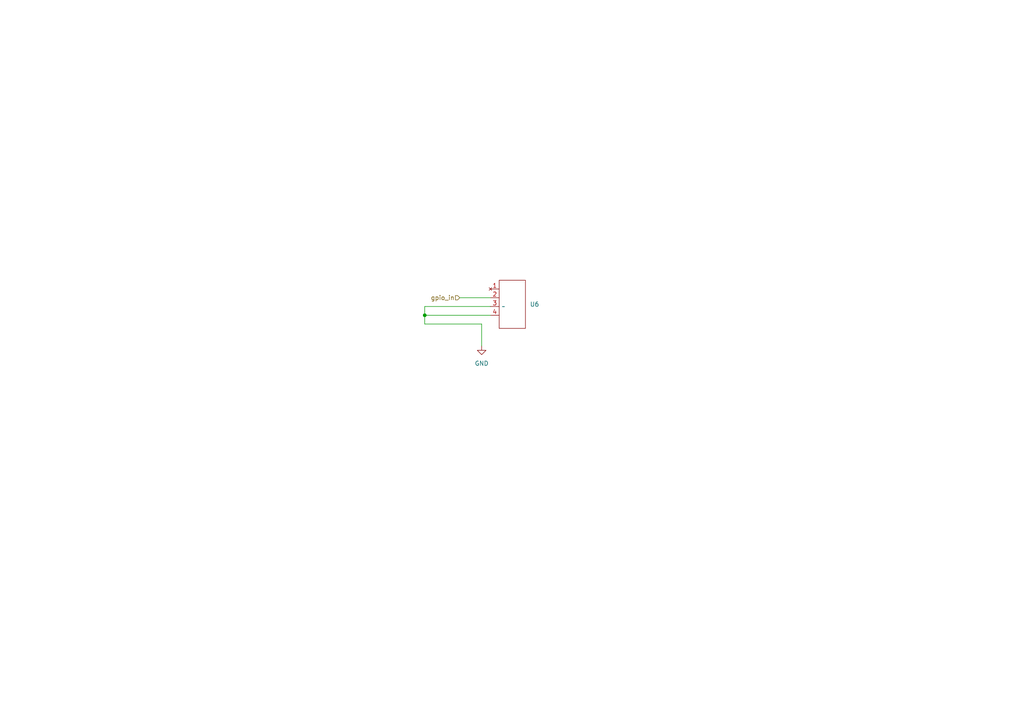
<source format=kicad_sch>
(kicad_sch (version 20230121) (generator eeschema)
  (paper "A4")
  (lib_symbols
    (symbol "cdog_symbols:Tactile_Button_C2888437"
      (property "Reference" "U" (at 0 0 0))
      (property "LCSC" "C221902" (at 2.54 -5.08 0))
      (symbol "Tactile_Button_C2888437_0_1"
        (rectangle (start -1.27 7.62) (end 6.35 -6.35))
      )
      (symbol "Tactile_Button_C2888437_1_1"
        (pin no_connect line (at -3.81 5.08 0) (length 2.54) (name "") (number "1"))
        (pin input line (at -3.81 2.54 0) (length 2.54) (name "") (number "2"))
        (pin input line (at -3.81 0 0) (length 2.54) (name "") (number "3"))
        (pin input line (at -3.81 -2.54 0) (length 2.54) (name "") (number "4"))
      )
    )
    (symbol "power:GND" (power) (pin_names (offset 0))
      (property "Value" "GND" (at 0 -3.81 0))
      (symbol "GND_0_1"
        (polyline (pts (xy 0 0) (xy 0 -1.27) (xy 1.27 -1.27) (xy 0 -2.54) (xy -1.27 -1.27) (xy 0 -1.27)))
      )
      (symbol "GND_1_1"
        (pin power_in line (at 0 0 270) (length 0) hide (name "GND") (number "1"))
      )
    )
  )
  (junction (at 123.19 91.44))
  (wire (pts (xy 123.19 88.9) (xy 142.24 88.9)))
  (wire (pts (xy 123.19 93.98) (xy 139.7 93.98)))
  (wire (pts (xy 133.35 86.36) (xy 142.24 86.36)))
  (wire (pts (xy 139.7 93.98) (xy 139.7 100.33)))
  (wire (pts (xy 123.19 88.9) (xy 123.19 91.44)))
  (wire (pts (xy 123.19 91.44) (xy 123.19 93.98)))
  (wire (pts (xy 123.19 91.44) (xy 142.24 91.44)))
  (hierarchical_label "gpio_in" (shape input) (at 133.35 86.36 180))
  (symbol (lib_id "power:GND") (at 139.7 100.33 0) (unit 1)
    (property "Reference" "#PWR021" (effects hide))
    (property "Value" "GND" (at 139.7 105.41 0))
  )
  (symbol (lib_id "cdog_symbols:Tactile_Button_C2888437") (at 146.05 88.9 0) (unit 1)
    (property "Reference" "U6" (at 153.67 88.265 0) (effects (justify left)))
    (property "Value" "~" (at 146.05 88.9 0))
    (property "Footprint" "cdog:Game_Conn_Button_C221902" (effects hide))
    (property "LCSC" "C221902" (effects hide))
  )
)
</source>
